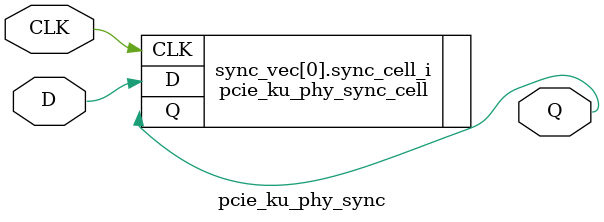
<source format=v>





`timescale 1ps / 1ps



//-------------------------------------------------------------------------------------------------
//  PHY Synchronizer Module
//-------------------------------------------------------------------------------------------------
module pcie_ku_phy_sync #
(
    parameter integer WIDTH = 1, 
    parameter integer STAGE = 2
)
(
    //-------------------------------------------------------------------------- 
    //  Input Ports
    //-------------------------------------------------------------------------- 
    input                               CLK,
    input       [WIDTH-1:0]             D,
    
    //-------------------------------------------------------------------------- 
    //  Output Ports
    //-------------------------------------------------------------------------- 
    output      [WIDTH-1:0]             Q
);                                                        



//--------------------------------------------------------------------------------------------------
//  Generate Synchronizer - Begin
//--------------------------------------------------------------------------------------------------
genvar i;

generate for (i=0; i<WIDTH; i=i+1) 

    begin : sync_vec

    //----------------------------------------------------------------------
    //  Synchronizer
    //----------------------------------------------------------------------
pcie_ku_phy_sync_cell #
    (
        .STAGE                            (STAGE)
    )    
    sync_cell_i
    (
        //------------------------------------------------------------------
        //  Input Ports
        //------------------------------------------------------------------
        .CLK                              (CLK),
        .D                                (D[i]),

        //------------------------------------------------------------------
        //  Output Ports
        //------------------------------------------------------------------
        .Q                                (Q[i])
    );
 
    end   
      
endgenerate 
//--------------------------------------------------------------------------------------------------
//  Generate - End
//--------------------------------------------------------------------------------------------------



endmodule





</source>
